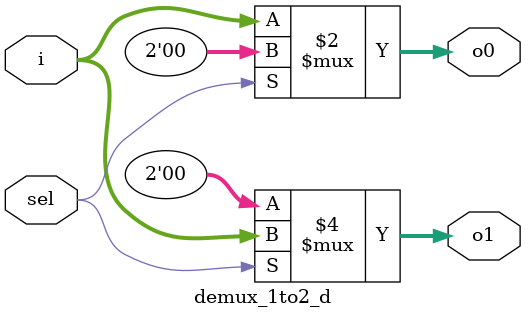
<source format=v>
module demux_1to2_d #(parameter width = 2)(
    input wire [width-1:0] i,
    input wire sel,
    output [width-1:0] o0,
    output [width-1:0] o1
);

    assign o0 = (sel == 1'b0) ? i : {width{1'b0}};
    assign o1 = (sel == 1'b1) ? i : {width{1'b0}};

endmodule

</source>
